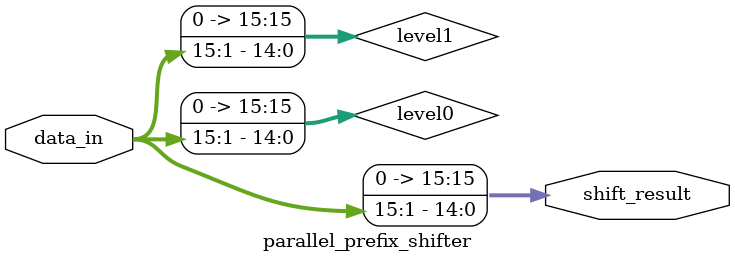
<source format=sv>
module logical_shifter #(parameter W = 16) (
    input wire clock, reset_n, load, shift,
    input wire [W-1:0] data,
    output wire [W-1:0] q_out
);
    reg [W-1:0] q_reg;
    wire [W-1:0] shift_result;
    
    // 使用并行前缀结构实现逻辑右移
    parallel_prefix_shifter #(.WIDTH(W)) ppshifter (
        .data_in(q_reg),
        .shift_result(shift_result)
    );
    
    // 复位逻辑独立处理
    always @(posedge clock or negedge reset_n) begin
        if (!reset_n)
            q_reg <= {W{1'b0}};
    end
    
    // 数据加载逻辑独立处理
    always @(posedge clock) begin
        if (reset_n && load)
            q_reg <= data;
    end
    
    // 移位逻辑独立处理
    always @(posedge clock) begin
        if (reset_n && shift && !load)
            q_reg <= shift_result;
    end
    
    assign q_out = q_reg;
endmodule

// 并行前缀移位器实现
module parallel_prefix_shifter #(parameter WIDTH = 16) (
    input wire [WIDTH-1:0] data_in,
    output wire [WIDTH-1:0] shift_result
);
    // 生成逻辑右移的各级信号
    wire [WIDTH-1:0] level0, level1;
    
    // 第一级移位 - 产生初始结果
    assign level0 = {1'b0, data_in[WIDTH-1:1]};
    
    // 并行前缀结构优化实现
    genvar i;
    generate
        if (WIDTH >= 8) begin
            // 前4位处理
            assign level1[3:0] = level0[3:0];
            
            // 中间部分并行处理
            for (i = 4; i < WIDTH-4; i=i+1) begin
                assign level1[i] = level0[i];
            end
            
            // 后4位处理
            if (WIDTH > 8) begin
                assign level1[WIDTH-1:WIDTH-4] = level0[WIDTH-1:WIDTH-4];
            end else begin
                assign level1[7:4] = level0[7:4];
            end
            
            assign shift_result = level1;
        end else begin
            assign shift_result = level0;
        end
    endgenerate
endmodule
</source>
